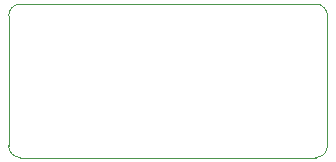
<source format=gm1>
G04 #@! TF.FileFunction,Profile,NP*
%FSLAX46Y46*%
G04 Gerber Fmt 4.6, Leading zero omitted, Abs format (unit mm)*
G04 Created by KiCad (PCBNEW (2015-07-01 BZR 5850)-product) date Fri Aug 28 18:28:50 2015*
%MOMM*%
G01*
G04 APERTURE LIST*
%ADD10C,0.050000*%
%ADD11C,0.100000*%
G04 APERTURE END LIST*
D10*
D11*
X28000000Y-37000000D02*
X28000000Y-26000000D01*
X54000000Y-38000000D02*
X29000000Y-38000000D01*
X55000000Y-26000000D02*
X55000000Y-37000000D01*
X29000000Y-25000000D02*
X54000000Y-25000000D01*
X55000000Y-26000000D02*
G75*
G03X54000000Y-25000000I-1000000J0D01*
G01*
X54000000Y-38000000D02*
G75*
G03X55000000Y-37000000I0J1000000D01*
G01*
X28000000Y-37000000D02*
G75*
G03X29000000Y-38000000I1000000J0D01*
G01*
X29000000Y-25000000D02*
G75*
G03X28000000Y-26000000I0J-1000000D01*
G01*
M02*

</source>
